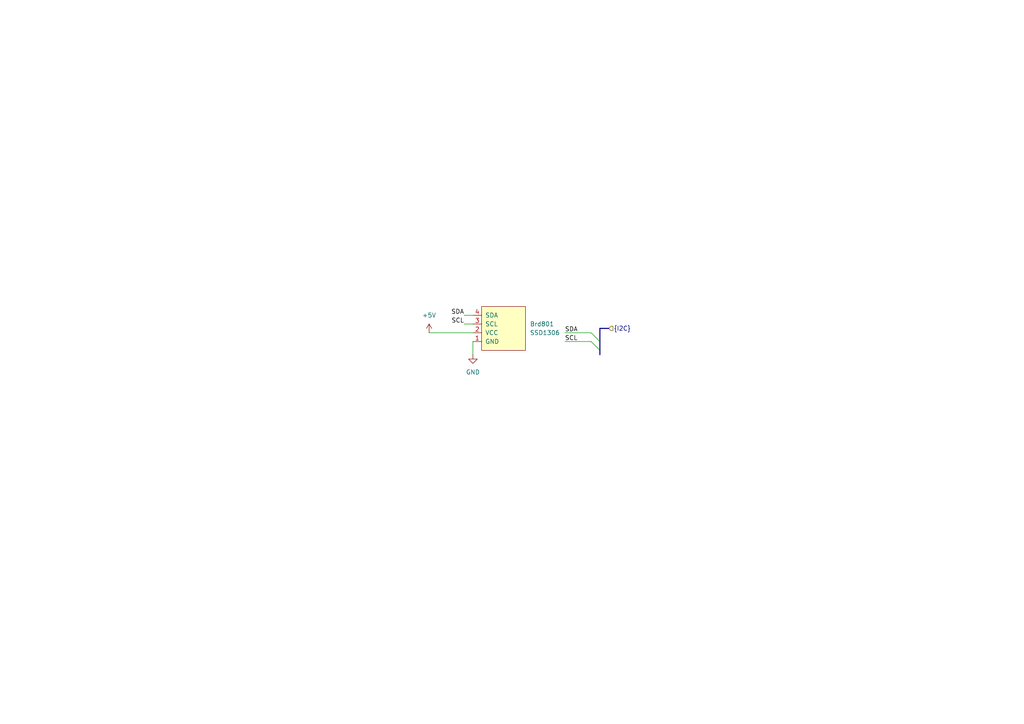
<source format=kicad_sch>
(kicad_sch (version 20230121) (generator eeschema)
  (paper "A4")
  (lib_symbols
    (symbol "SSD1306-128x64_OLED:SSD1306" (pin_names (offset 1.016))
      (property "Reference" "Brd" (at 0 -3.81 0))
      (property "Value" "SSD1306" (at 0 -1.27 0))
      (symbol "SSD1306_0_1"
        (rectangle (start -6.35 6.35) (end 6.35 -6.35) (fill (type background)))
      )
      (symbol "SSD1306_1_1"
        (pin input line (at -3.81 8.89 270) (length 2.54) (name "GND") (number "1"))
        (pin input line (at -1.27 8.89 270) (length 2.54) (name "VCC") (number "2"))
        (pin input line (at 1.27 8.89 270) (length 2.54) (name "SCL") (number "3"))
        (pin input line (at 3.81 8.89 270) (length 2.54) (name "SDA") (number "4"))
      )
    )
    (symbol "power:+5V" (power) (pin_names (offset 0))
      (property "Value" "+5V" (at 0 3.556 0))
      (symbol "+5V_0_1"
        (polyline (pts (xy -0.762 1.27) (xy 0 2.54)))
        (polyline (pts (xy 0 0) (xy 0 2.54)))
        (polyline (pts (xy 0 2.54) (xy 0.762 1.27)))
      )
      (symbol "+5V_1_1"
        (pin power_in line (at 0 0 90) (length 0) hide (name "+5V") (number "1"))
      )
    )
    (symbol "power:GND" (power) (pin_names (offset 0))
      (property "Value" "GND" (at 0 -3.81 0))
      (symbol "GND_0_1"
        (polyline (pts (xy 0 0) (xy 0 -1.27) (xy 1.27 -1.27) (xy 0 -2.54) (xy -1.27 -1.27) (xy 0 -1.27)))
      )
      (symbol "GND_1_1"
        (pin power_in line (at 0 0 270) (length 0) hide (name "GND") (number "1"))
      )
    )
  )
  (bus_entry (at 171.45 96.52) (size 2.54 2.54))
  (bus_entry (at 171.45 99.06) (size 2.54 2.54))
  (bus (pts (xy 173.99 101.6) (xy 173.99 99.06)))
  (wire (pts (xy 134.62 91.44) (xy 137.16 91.44)))
  (bus (pts (xy 173.99 99.06) (xy 173.99 95.25)))
  (wire (pts (xy 137.16 99.06) (xy 137.16 102.87)))
  (wire (pts (xy 124.46 96.52) (xy 137.16 96.52)))
  (bus (pts (xy 173.99 95.25) (xy 176.53 95.25)))
  (bus (pts (xy 173.99 102.87) (xy 173.99 101.6)))
  (wire (pts (xy 163.83 96.52) (xy 171.45 96.52)))
  (wire (pts (xy 134.62 93.98) (xy 137.16 93.98)))
  (wire (pts (xy 163.83 99.06) (xy 171.45 99.06)))
  (label "SCL" (at 163.83 99.06 0))
  (label "SDA" (at 163.83 96.52 0))
  (label "SDA" (at 134.62 91.44 180))
  (label "SCL" (at 134.62 93.98 180))
  (hierarchical_label "{I2C}" (shape input) (at 176.53 95.25 0))
  (symbol (lib_id "SSD1306-128x64_OLED:SSD1306") (at 146.05 95.25 90) (unit 1)
    (property "Reference" "Brd801" (at 153.67 93.98 90) (effects (justify right)))
    (property "Value" "SSD1306" (at 153.67 96.52 90) (effects (justify right)))
    (property "Footprint" "custom_kicad_lib_sk:128x64OLED" (effects hide))
  )
  (symbol (lib_id "power:GND") (at 137.16 102.87 0) (unit 1)
    (property "Reference" "#PWR012" (effects hide))
    (property "Value" "GND" (at 137.16 107.95 0))
  )
  (symbol (lib_id "power:+5V") (at 124.46 96.52 0) (unit 1)
    (property "Reference" "#PWR023" (effects hide))
    (property "Value" "+5V" (at 124.46 91.44 0))
  )
)
</source>
